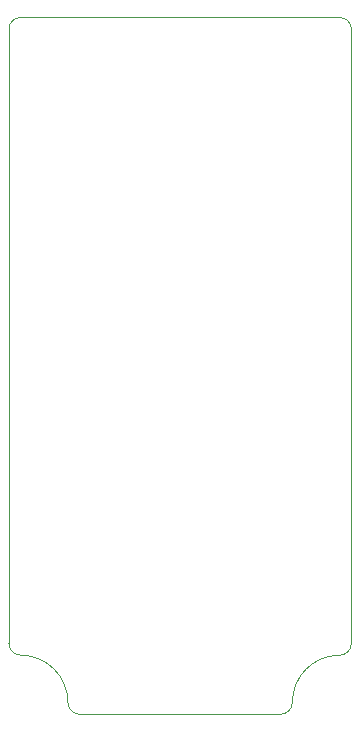
<source format=gm1>
%TF.GenerationSoftware,KiCad,Pcbnew,(5.1.9)-1*%
%TF.CreationDate,2021-08-13T19:59:19+01:00*%
%TF.ProjectId,PullUpDown,50756c6c-5570-4446-9f77-6e2e6b696361,rev?*%
%TF.SameCoordinates,Original*%
%TF.FileFunction,Profile,NP*%
%FSLAX46Y46*%
G04 Gerber Fmt 4.6, Leading zero omitted, Abs format (unit mm)*
G04 Created by KiCad (PCBNEW (5.1.9)-1) date 2021-08-13 19:59:19*
%MOMM*%
%LPD*%
G01*
G04 APERTURE LIST*
%TA.AperFunction,Profile*%
%ADD10C,0.050000*%
%TD*%
G04 APERTURE END LIST*
D10*
X44500000Y-78500000D02*
G75*
G02*
X48500000Y-74500000I4000000J0D01*
G01*
X49500000Y-73500000D02*
G75*
G02*
X48500000Y-74500000I-1000000J0D01*
G01*
X44500000Y-78500000D02*
G75*
G02*
X43500000Y-79500000I-1000000J0D01*
G01*
X21500000Y-74500000D02*
G75*
G02*
X25500000Y-78500000I0J-4000000D01*
G01*
X26500000Y-79500000D02*
G75*
G02*
X25500000Y-78500000I0J1000000D01*
G01*
X21500000Y-74500000D02*
G75*
G02*
X20500000Y-73500000I0J1000000D01*
G01*
X48500000Y-20500000D02*
G75*
G02*
X49500000Y-21500000I0J-1000000D01*
G01*
X20500000Y-21500000D02*
G75*
G02*
X21500000Y-20500000I1000000J0D01*
G01*
X20500000Y-73500000D02*
X20500000Y-21500000D01*
X43500000Y-79500000D02*
X26500000Y-79500000D01*
X49500000Y-21500000D02*
X49500000Y-73500000D01*
X21500000Y-20500000D02*
X48500000Y-20500000D01*
M02*

</source>
